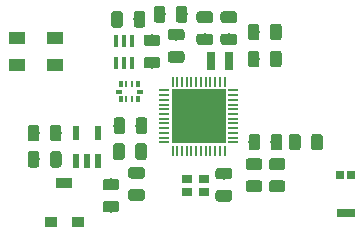
<source format=gtp>
G04 #@! TF.GenerationSoftware,KiCad,Pcbnew,5.0.2-bee76a0~70~ubuntu18.04.1*
G04 #@! TF.CreationDate,2020-01-17T08:49:31+02:00*
G04 #@! TF.ProjectId,nanoSense-Motion,4b656d65-742d-4424-9c45-2e6b69636164,rev?*
G04 #@! TF.SameCoordinates,Original*
G04 #@! TF.FileFunction,Paste,Top*
G04 #@! TF.FilePolarity,Positive*
%FSLAX46Y46*%
G04 Gerber Fmt 4.6, Leading zero omitted, Abs format (unit mm)*
G04 Created by KiCad (PCBNEW 5.0.2-bee76a0~70~ubuntu18.04.1) date Fri 17 Jan 2020 08:49:31 AM EET*
%MOMM*%
%LPD*%
G01*
G04 APERTURE LIST*
%ADD10R,0.850000X0.200000*%
%ADD11R,0.200000X0.850000*%
%ADD12R,4.600000X4.600000*%
%ADD13R,1.100000X0.900000*%
%ADD14R,1.400000X0.900000*%
%ADD15R,0.580000X1.310000*%
%ADD16R,0.400000X1.050000*%
%ADD17R,1.600000X0.800000*%
%ADD18R,0.650000X0.800000*%
%ADD19R,0.300000X0.580000*%
%ADD20R,0.250000X0.580000*%
%ADD21R,0.630000X0.350000*%
%ADD22R,1.475000X1.050000*%
%ADD23C,0.100000*%
%ADD24C,0.975000*%
%ADD25R,0.900000X0.800000*%
%ADD26R,0.800000X1.500000*%
G04 APERTURE END LIST*
D10*
G04 #@! TO.C,IC2*
X162477322Y-45605278D03*
X162477322Y-45205278D03*
X162477322Y-44805278D03*
X162477322Y-44405278D03*
X162477322Y-44005278D03*
X162477322Y-43605278D03*
X162477322Y-43205278D03*
X162477322Y-42805278D03*
X162477322Y-42405278D03*
X162477322Y-42005278D03*
X162477322Y-41605278D03*
X162477322Y-41205278D03*
D11*
X161727322Y-40455278D03*
X161327322Y-40455278D03*
X160927322Y-40455278D03*
X160527322Y-40455278D03*
X160127322Y-40455278D03*
X159727322Y-40455278D03*
X159327322Y-40455278D03*
X158927322Y-40455278D03*
X158527322Y-40455278D03*
X158127322Y-40455278D03*
X157727322Y-40455278D03*
X157327322Y-40455278D03*
D10*
X156577322Y-41205278D03*
X156577322Y-41605278D03*
X156577322Y-42005278D03*
X156577322Y-42405278D03*
X156577322Y-42805278D03*
X156577322Y-43205278D03*
X156577322Y-43605278D03*
X156577322Y-44005278D03*
X156577322Y-44405278D03*
X156577322Y-44805278D03*
X156577322Y-45205278D03*
X156577322Y-45605278D03*
D11*
X157327322Y-46355278D03*
X157727322Y-46355278D03*
X158127322Y-46355278D03*
X158527322Y-46355278D03*
X158927322Y-46355278D03*
X159327322Y-46355278D03*
X159727322Y-46355278D03*
X160127322Y-46355278D03*
X160527322Y-46355278D03*
X160927322Y-46355278D03*
X161327322Y-46355278D03*
X161727322Y-46355278D03*
D12*
X159527322Y-43405278D03*
G04 #@! TD*
D13*
G04 #@! TO.C,RV1*
X147000000Y-52360000D03*
D14*
X148150000Y-49060000D03*
D13*
X149300000Y-52360000D03*
G04 #@! TD*
D15*
G04 #@! TO.C,U1*
X149140000Y-47195000D03*
X150090000Y-47195000D03*
X151040000Y-47195000D03*
X151040000Y-44785000D03*
X149140000Y-44785000D03*
G04 #@! TD*
D16*
G04 #@! TO.C,IC4*
X152560000Y-38920000D03*
X153210000Y-38920000D03*
X153860000Y-38920000D03*
X153860000Y-37020000D03*
X153210000Y-37020000D03*
X152560000Y-37020000D03*
G04 #@! TD*
D17*
G04 #@! TO.C,AE1*
X172000000Y-51550000D03*
D18*
X171525000Y-48350000D03*
X172475000Y-48350000D03*
G04 #@! TD*
D19*
G04 #@! TO.C,IC3*
X152920000Y-41950000D03*
D20*
X153420000Y-41950000D03*
X153920000Y-41950000D03*
D19*
X154420000Y-41950000D03*
D21*
X154530000Y-41310000D03*
D19*
X154420000Y-40670000D03*
D20*
X153920000Y-40670000D03*
X153420000Y-40670000D03*
D19*
X152920000Y-40670000D03*
D21*
X152810000Y-41310000D03*
G04 #@! TD*
D22*
G04 #@! TO.C,IC1*
X144187000Y-36775000D03*
X144187000Y-39025000D03*
X147413000Y-39025000D03*
X147413000Y-36775000D03*
G04 #@! TD*
D23*
G04 #@! TO.C,C2*
G36*
X166660142Y-46953674D02*
X166683803Y-46957184D01*
X166707007Y-46962996D01*
X166729529Y-46971054D01*
X166751153Y-46981282D01*
X166771670Y-46993579D01*
X166790883Y-47007829D01*
X166808607Y-47023893D01*
X166824671Y-47041617D01*
X166838921Y-47060830D01*
X166851218Y-47081347D01*
X166861446Y-47102971D01*
X166869504Y-47125493D01*
X166875316Y-47148697D01*
X166878826Y-47172358D01*
X166880000Y-47196250D01*
X166880000Y-47683750D01*
X166878826Y-47707642D01*
X166875316Y-47731303D01*
X166869504Y-47754507D01*
X166861446Y-47777029D01*
X166851218Y-47798653D01*
X166838921Y-47819170D01*
X166824671Y-47838383D01*
X166808607Y-47856107D01*
X166790883Y-47872171D01*
X166771670Y-47886421D01*
X166751153Y-47898718D01*
X166729529Y-47908946D01*
X166707007Y-47917004D01*
X166683803Y-47922816D01*
X166660142Y-47926326D01*
X166636250Y-47927500D01*
X165723750Y-47927500D01*
X165699858Y-47926326D01*
X165676197Y-47922816D01*
X165652993Y-47917004D01*
X165630471Y-47908946D01*
X165608847Y-47898718D01*
X165588330Y-47886421D01*
X165569117Y-47872171D01*
X165551393Y-47856107D01*
X165535329Y-47838383D01*
X165521079Y-47819170D01*
X165508782Y-47798653D01*
X165498554Y-47777029D01*
X165490496Y-47754507D01*
X165484684Y-47731303D01*
X165481174Y-47707642D01*
X165480000Y-47683750D01*
X165480000Y-47196250D01*
X165481174Y-47172358D01*
X165484684Y-47148697D01*
X165490496Y-47125493D01*
X165498554Y-47102971D01*
X165508782Y-47081347D01*
X165521079Y-47060830D01*
X165535329Y-47041617D01*
X165551393Y-47023893D01*
X165569117Y-47007829D01*
X165588330Y-46993579D01*
X165608847Y-46981282D01*
X165630471Y-46971054D01*
X165652993Y-46962996D01*
X165676197Y-46957184D01*
X165699858Y-46953674D01*
X165723750Y-46952500D01*
X166636250Y-46952500D01*
X166660142Y-46953674D01*
X166660142Y-46953674D01*
G37*
D24*
X166180000Y-47440000D03*
D23*
G36*
X166660142Y-48828674D02*
X166683803Y-48832184D01*
X166707007Y-48837996D01*
X166729529Y-48846054D01*
X166751153Y-48856282D01*
X166771670Y-48868579D01*
X166790883Y-48882829D01*
X166808607Y-48898893D01*
X166824671Y-48916617D01*
X166838921Y-48935830D01*
X166851218Y-48956347D01*
X166861446Y-48977971D01*
X166869504Y-49000493D01*
X166875316Y-49023697D01*
X166878826Y-49047358D01*
X166880000Y-49071250D01*
X166880000Y-49558750D01*
X166878826Y-49582642D01*
X166875316Y-49606303D01*
X166869504Y-49629507D01*
X166861446Y-49652029D01*
X166851218Y-49673653D01*
X166838921Y-49694170D01*
X166824671Y-49713383D01*
X166808607Y-49731107D01*
X166790883Y-49747171D01*
X166771670Y-49761421D01*
X166751153Y-49773718D01*
X166729529Y-49783946D01*
X166707007Y-49792004D01*
X166683803Y-49797816D01*
X166660142Y-49801326D01*
X166636250Y-49802500D01*
X165723750Y-49802500D01*
X165699858Y-49801326D01*
X165676197Y-49797816D01*
X165652993Y-49792004D01*
X165630471Y-49783946D01*
X165608847Y-49773718D01*
X165588330Y-49761421D01*
X165569117Y-49747171D01*
X165551393Y-49731107D01*
X165535329Y-49713383D01*
X165521079Y-49694170D01*
X165508782Y-49673653D01*
X165498554Y-49652029D01*
X165490496Y-49629507D01*
X165484684Y-49606303D01*
X165481174Y-49582642D01*
X165480000Y-49558750D01*
X165480000Y-49071250D01*
X165481174Y-49047358D01*
X165484684Y-49023697D01*
X165490496Y-49000493D01*
X165498554Y-48977971D01*
X165508782Y-48956347D01*
X165521079Y-48935830D01*
X165535329Y-48916617D01*
X165551393Y-48898893D01*
X165569117Y-48882829D01*
X165588330Y-48868579D01*
X165608847Y-48856282D01*
X165630471Y-48846054D01*
X165652993Y-48837996D01*
X165676197Y-48832184D01*
X165699858Y-48828674D01*
X165723750Y-48827500D01*
X166636250Y-48827500D01*
X166660142Y-48828674D01*
X166660142Y-48828674D01*
G37*
D24*
X166180000Y-49315000D03*
G04 #@! TD*
D23*
G04 #@! TO.C,C4*
G36*
X164707464Y-48831452D02*
X164731125Y-48834962D01*
X164754329Y-48840774D01*
X164776851Y-48848832D01*
X164798475Y-48859060D01*
X164818992Y-48871357D01*
X164838205Y-48885607D01*
X164855929Y-48901671D01*
X164871993Y-48919395D01*
X164886243Y-48938608D01*
X164898540Y-48959125D01*
X164908768Y-48980749D01*
X164916826Y-49003271D01*
X164922638Y-49026475D01*
X164926148Y-49050136D01*
X164927322Y-49074028D01*
X164927322Y-49561528D01*
X164926148Y-49585420D01*
X164922638Y-49609081D01*
X164916826Y-49632285D01*
X164908768Y-49654807D01*
X164898540Y-49676431D01*
X164886243Y-49696948D01*
X164871993Y-49716161D01*
X164855929Y-49733885D01*
X164838205Y-49749949D01*
X164818992Y-49764199D01*
X164798475Y-49776496D01*
X164776851Y-49786724D01*
X164754329Y-49794782D01*
X164731125Y-49800594D01*
X164707464Y-49804104D01*
X164683572Y-49805278D01*
X163771072Y-49805278D01*
X163747180Y-49804104D01*
X163723519Y-49800594D01*
X163700315Y-49794782D01*
X163677793Y-49786724D01*
X163656169Y-49776496D01*
X163635652Y-49764199D01*
X163616439Y-49749949D01*
X163598715Y-49733885D01*
X163582651Y-49716161D01*
X163568401Y-49696948D01*
X163556104Y-49676431D01*
X163545876Y-49654807D01*
X163537818Y-49632285D01*
X163532006Y-49609081D01*
X163528496Y-49585420D01*
X163527322Y-49561528D01*
X163527322Y-49074028D01*
X163528496Y-49050136D01*
X163532006Y-49026475D01*
X163537818Y-49003271D01*
X163545876Y-48980749D01*
X163556104Y-48959125D01*
X163568401Y-48938608D01*
X163582651Y-48919395D01*
X163598715Y-48901671D01*
X163616439Y-48885607D01*
X163635652Y-48871357D01*
X163656169Y-48859060D01*
X163677793Y-48848832D01*
X163700315Y-48840774D01*
X163723519Y-48834962D01*
X163747180Y-48831452D01*
X163771072Y-48830278D01*
X164683572Y-48830278D01*
X164707464Y-48831452D01*
X164707464Y-48831452D01*
G37*
D24*
X164227322Y-49317778D03*
D23*
G36*
X164707464Y-46956452D02*
X164731125Y-46959962D01*
X164754329Y-46965774D01*
X164776851Y-46973832D01*
X164798475Y-46984060D01*
X164818992Y-46996357D01*
X164838205Y-47010607D01*
X164855929Y-47026671D01*
X164871993Y-47044395D01*
X164886243Y-47063608D01*
X164898540Y-47084125D01*
X164908768Y-47105749D01*
X164916826Y-47128271D01*
X164922638Y-47151475D01*
X164926148Y-47175136D01*
X164927322Y-47199028D01*
X164927322Y-47686528D01*
X164926148Y-47710420D01*
X164922638Y-47734081D01*
X164916826Y-47757285D01*
X164908768Y-47779807D01*
X164898540Y-47801431D01*
X164886243Y-47821948D01*
X164871993Y-47841161D01*
X164855929Y-47858885D01*
X164838205Y-47874949D01*
X164818992Y-47889199D01*
X164798475Y-47901496D01*
X164776851Y-47911724D01*
X164754329Y-47919782D01*
X164731125Y-47925594D01*
X164707464Y-47929104D01*
X164683572Y-47930278D01*
X163771072Y-47930278D01*
X163747180Y-47929104D01*
X163723519Y-47925594D01*
X163700315Y-47919782D01*
X163677793Y-47911724D01*
X163656169Y-47901496D01*
X163635652Y-47889199D01*
X163616439Y-47874949D01*
X163598715Y-47858885D01*
X163582651Y-47841161D01*
X163568401Y-47821948D01*
X163556104Y-47801431D01*
X163545876Y-47779807D01*
X163537818Y-47757285D01*
X163532006Y-47734081D01*
X163528496Y-47710420D01*
X163527322Y-47686528D01*
X163527322Y-47199028D01*
X163528496Y-47175136D01*
X163532006Y-47151475D01*
X163537818Y-47128271D01*
X163545876Y-47105749D01*
X163556104Y-47084125D01*
X163568401Y-47063608D01*
X163582651Y-47044395D01*
X163598715Y-47026671D01*
X163616439Y-47010607D01*
X163635652Y-46996357D01*
X163656169Y-46984060D01*
X163677793Y-46973832D01*
X163700315Y-46965774D01*
X163723519Y-46959962D01*
X163747180Y-46956452D01*
X163771072Y-46955278D01*
X164683572Y-46955278D01*
X164707464Y-46956452D01*
X164707464Y-46956452D01*
G37*
D24*
X164227322Y-47442778D03*
G04 #@! TD*
D23*
G04 #@! TO.C,C5*
G36*
X166337142Y-35559174D02*
X166360803Y-35562684D01*
X166384007Y-35568496D01*
X166406529Y-35576554D01*
X166428153Y-35586782D01*
X166448670Y-35599079D01*
X166467883Y-35613329D01*
X166485607Y-35629393D01*
X166501671Y-35647117D01*
X166515921Y-35666330D01*
X166528218Y-35686847D01*
X166538446Y-35708471D01*
X166546504Y-35730993D01*
X166552316Y-35754197D01*
X166555826Y-35777858D01*
X166557000Y-35801750D01*
X166557000Y-36714250D01*
X166555826Y-36738142D01*
X166552316Y-36761803D01*
X166546504Y-36785007D01*
X166538446Y-36807529D01*
X166528218Y-36829153D01*
X166515921Y-36849670D01*
X166501671Y-36868883D01*
X166485607Y-36886607D01*
X166467883Y-36902671D01*
X166448670Y-36916921D01*
X166428153Y-36929218D01*
X166406529Y-36939446D01*
X166384007Y-36947504D01*
X166360803Y-36953316D01*
X166337142Y-36956826D01*
X166313250Y-36958000D01*
X165825750Y-36958000D01*
X165801858Y-36956826D01*
X165778197Y-36953316D01*
X165754993Y-36947504D01*
X165732471Y-36939446D01*
X165710847Y-36929218D01*
X165690330Y-36916921D01*
X165671117Y-36902671D01*
X165653393Y-36886607D01*
X165637329Y-36868883D01*
X165623079Y-36849670D01*
X165610782Y-36829153D01*
X165600554Y-36807529D01*
X165592496Y-36785007D01*
X165586684Y-36761803D01*
X165583174Y-36738142D01*
X165582000Y-36714250D01*
X165582000Y-35801750D01*
X165583174Y-35777858D01*
X165586684Y-35754197D01*
X165592496Y-35730993D01*
X165600554Y-35708471D01*
X165610782Y-35686847D01*
X165623079Y-35666330D01*
X165637329Y-35647117D01*
X165653393Y-35629393D01*
X165671117Y-35613329D01*
X165690330Y-35599079D01*
X165710847Y-35586782D01*
X165732471Y-35576554D01*
X165754993Y-35568496D01*
X165778197Y-35562684D01*
X165801858Y-35559174D01*
X165825750Y-35558000D01*
X166313250Y-35558000D01*
X166337142Y-35559174D01*
X166337142Y-35559174D01*
G37*
D24*
X166069500Y-36258000D03*
D23*
G36*
X164462142Y-35559174D02*
X164485803Y-35562684D01*
X164509007Y-35568496D01*
X164531529Y-35576554D01*
X164553153Y-35586782D01*
X164573670Y-35599079D01*
X164592883Y-35613329D01*
X164610607Y-35629393D01*
X164626671Y-35647117D01*
X164640921Y-35666330D01*
X164653218Y-35686847D01*
X164663446Y-35708471D01*
X164671504Y-35730993D01*
X164677316Y-35754197D01*
X164680826Y-35777858D01*
X164682000Y-35801750D01*
X164682000Y-36714250D01*
X164680826Y-36738142D01*
X164677316Y-36761803D01*
X164671504Y-36785007D01*
X164663446Y-36807529D01*
X164653218Y-36829153D01*
X164640921Y-36849670D01*
X164626671Y-36868883D01*
X164610607Y-36886607D01*
X164592883Y-36902671D01*
X164573670Y-36916921D01*
X164553153Y-36929218D01*
X164531529Y-36939446D01*
X164509007Y-36947504D01*
X164485803Y-36953316D01*
X164462142Y-36956826D01*
X164438250Y-36958000D01*
X163950750Y-36958000D01*
X163926858Y-36956826D01*
X163903197Y-36953316D01*
X163879993Y-36947504D01*
X163857471Y-36939446D01*
X163835847Y-36929218D01*
X163815330Y-36916921D01*
X163796117Y-36902671D01*
X163778393Y-36886607D01*
X163762329Y-36868883D01*
X163748079Y-36849670D01*
X163735782Y-36829153D01*
X163725554Y-36807529D01*
X163717496Y-36785007D01*
X163711684Y-36761803D01*
X163708174Y-36738142D01*
X163707000Y-36714250D01*
X163707000Y-35801750D01*
X163708174Y-35777858D01*
X163711684Y-35754197D01*
X163717496Y-35730993D01*
X163725554Y-35708471D01*
X163735782Y-35686847D01*
X163748079Y-35666330D01*
X163762329Y-35647117D01*
X163778393Y-35629393D01*
X163796117Y-35613329D01*
X163815330Y-35599079D01*
X163835847Y-35586782D01*
X163857471Y-35576554D01*
X163879993Y-35568496D01*
X163903197Y-35562684D01*
X163926858Y-35559174D01*
X163950750Y-35558000D01*
X164438250Y-35558000D01*
X164462142Y-35559174D01*
X164462142Y-35559174D01*
G37*
D24*
X164194500Y-36258000D03*
G04 #@! TD*
D23*
G04 #@! TO.C,C6*
G36*
X160532142Y-36395174D02*
X160555803Y-36398684D01*
X160579007Y-36404496D01*
X160601529Y-36412554D01*
X160623153Y-36422782D01*
X160643670Y-36435079D01*
X160662883Y-36449329D01*
X160680607Y-36465393D01*
X160696671Y-36483117D01*
X160710921Y-36502330D01*
X160723218Y-36522847D01*
X160733446Y-36544471D01*
X160741504Y-36566993D01*
X160747316Y-36590197D01*
X160750826Y-36613858D01*
X160752000Y-36637750D01*
X160752000Y-37125250D01*
X160750826Y-37149142D01*
X160747316Y-37172803D01*
X160741504Y-37196007D01*
X160733446Y-37218529D01*
X160723218Y-37240153D01*
X160710921Y-37260670D01*
X160696671Y-37279883D01*
X160680607Y-37297607D01*
X160662883Y-37313671D01*
X160643670Y-37327921D01*
X160623153Y-37340218D01*
X160601529Y-37350446D01*
X160579007Y-37358504D01*
X160555803Y-37364316D01*
X160532142Y-37367826D01*
X160508250Y-37369000D01*
X159595750Y-37369000D01*
X159571858Y-37367826D01*
X159548197Y-37364316D01*
X159524993Y-37358504D01*
X159502471Y-37350446D01*
X159480847Y-37340218D01*
X159460330Y-37327921D01*
X159441117Y-37313671D01*
X159423393Y-37297607D01*
X159407329Y-37279883D01*
X159393079Y-37260670D01*
X159380782Y-37240153D01*
X159370554Y-37218529D01*
X159362496Y-37196007D01*
X159356684Y-37172803D01*
X159353174Y-37149142D01*
X159352000Y-37125250D01*
X159352000Y-36637750D01*
X159353174Y-36613858D01*
X159356684Y-36590197D01*
X159362496Y-36566993D01*
X159370554Y-36544471D01*
X159380782Y-36522847D01*
X159393079Y-36502330D01*
X159407329Y-36483117D01*
X159423393Y-36465393D01*
X159441117Y-36449329D01*
X159460330Y-36435079D01*
X159480847Y-36422782D01*
X159502471Y-36412554D01*
X159524993Y-36404496D01*
X159548197Y-36398684D01*
X159571858Y-36395174D01*
X159595750Y-36394000D01*
X160508250Y-36394000D01*
X160532142Y-36395174D01*
X160532142Y-36395174D01*
G37*
D24*
X160052000Y-36881500D03*
D23*
G36*
X160532142Y-34520174D02*
X160555803Y-34523684D01*
X160579007Y-34529496D01*
X160601529Y-34537554D01*
X160623153Y-34547782D01*
X160643670Y-34560079D01*
X160662883Y-34574329D01*
X160680607Y-34590393D01*
X160696671Y-34608117D01*
X160710921Y-34627330D01*
X160723218Y-34647847D01*
X160733446Y-34669471D01*
X160741504Y-34691993D01*
X160747316Y-34715197D01*
X160750826Y-34738858D01*
X160752000Y-34762750D01*
X160752000Y-35250250D01*
X160750826Y-35274142D01*
X160747316Y-35297803D01*
X160741504Y-35321007D01*
X160733446Y-35343529D01*
X160723218Y-35365153D01*
X160710921Y-35385670D01*
X160696671Y-35404883D01*
X160680607Y-35422607D01*
X160662883Y-35438671D01*
X160643670Y-35452921D01*
X160623153Y-35465218D01*
X160601529Y-35475446D01*
X160579007Y-35483504D01*
X160555803Y-35489316D01*
X160532142Y-35492826D01*
X160508250Y-35494000D01*
X159595750Y-35494000D01*
X159571858Y-35492826D01*
X159548197Y-35489316D01*
X159524993Y-35483504D01*
X159502471Y-35475446D01*
X159480847Y-35465218D01*
X159460330Y-35452921D01*
X159441117Y-35438671D01*
X159423393Y-35422607D01*
X159407329Y-35404883D01*
X159393079Y-35385670D01*
X159380782Y-35365153D01*
X159370554Y-35343529D01*
X159362496Y-35321007D01*
X159356684Y-35297803D01*
X159353174Y-35274142D01*
X159352000Y-35250250D01*
X159352000Y-34762750D01*
X159353174Y-34738858D01*
X159356684Y-34715197D01*
X159362496Y-34691993D01*
X159370554Y-34669471D01*
X159380782Y-34647847D01*
X159393079Y-34627330D01*
X159407329Y-34608117D01*
X159423393Y-34590393D01*
X159441117Y-34574329D01*
X159460330Y-34560079D01*
X159480847Y-34547782D01*
X159502471Y-34537554D01*
X159524993Y-34529496D01*
X159548197Y-34523684D01*
X159571858Y-34520174D01*
X159595750Y-34519000D01*
X160508250Y-34519000D01*
X160532142Y-34520174D01*
X160532142Y-34520174D01*
G37*
D24*
X160052000Y-35006500D03*
G04 #@! TD*
D23*
G04 #@! TO.C,C7*
G36*
X166337142Y-37845174D02*
X166360803Y-37848684D01*
X166384007Y-37854496D01*
X166406529Y-37862554D01*
X166428153Y-37872782D01*
X166448670Y-37885079D01*
X166467883Y-37899329D01*
X166485607Y-37915393D01*
X166501671Y-37933117D01*
X166515921Y-37952330D01*
X166528218Y-37972847D01*
X166538446Y-37994471D01*
X166546504Y-38016993D01*
X166552316Y-38040197D01*
X166555826Y-38063858D01*
X166557000Y-38087750D01*
X166557000Y-39000250D01*
X166555826Y-39024142D01*
X166552316Y-39047803D01*
X166546504Y-39071007D01*
X166538446Y-39093529D01*
X166528218Y-39115153D01*
X166515921Y-39135670D01*
X166501671Y-39154883D01*
X166485607Y-39172607D01*
X166467883Y-39188671D01*
X166448670Y-39202921D01*
X166428153Y-39215218D01*
X166406529Y-39225446D01*
X166384007Y-39233504D01*
X166360803Y-39239316D01*
X166337142Y-39242826D01*
X166313250Y-39244000D01*
X165825750Y-39244000D01*
X165801858Y-39242826D01*
X165778197Y-39239316D01*
X165754993Y-39233504D01*
X165732471Y-39225446D01*
X165710847Y-39215218D01*
X165690330Y-39202921D01*
X165671117Y-39188671D01*
X165653393Y-39172607D01*
X165637329Y-39154883D01*
X165623079Y-39135670D01*
X165610782Y-39115153D01*
X165600554Y-39093529D01*
X165592496Y-39071007D01*
X165586684Y-39047803D01*
X165583174Y-39024142D01*
X165582000Y-39000250D01*
X165582000Y-38087750D01*
X165583174Y-38063858D01*
X165586684Y-38040197D01*
X165592496Y-38016993D01*
X165600554Y-37994471D01*
X165610782Y-37972847D01*
X165623079Y-37952330D01*
X165637329Y-37933117D01*
X165653393Y-37915393D01*
X165671117Y-37899329D01*
X165690330Y-37885079D01*
X165710847Y-37872782D01*
X165732471Y-37862554D01*
X165754993Y-37854496D01*
X165778197Y-37848684D01*
X165801858Y-37845174D01*
X165825750Y-37844000D01*
X166313250Y-37844000D01*
X166337142Y-37845174D01*
X166337142Y-37845174D01*
G37*
D24*
X166069500Y-38544000D03*
D23*
G36*
X164462142Y-37845174D02*
X164485803Y-37848684D01*
X164509007Y-37854496D01*
X164531529Y-37862554D01*
X164553153Y-37872782D01*
X164573670Y-37885079D01*
X164592883Y-37899329D01*
X164610607Y-37915393D01*
X164626671Y-37933117D01*
X164640921Y-37952330D01*
X164653218Y-37972847D01*
X164663446Y-37994471D01*
X164671504Y-38016993D01*
X164677316Y-38040197D01*
X164680826Y-38063858D01*
X164682000Y-38087750D01*
X164682000Y-39000250D01*
X164680826Y-39024142D01*
X164677316Y-39047803D01*
X164671504Y-39071007D01*
X164663446Y-39093529D01*
X164653218Y-39115153D01*
X164640921Y-39135670D01*
X164626671Y-39154883D01*
X164610607Y-39172607D01*
X164592883Y-39188671D01*
X164573670Y-39202921D01*
X164553153Y-39215218D01*
X164531529Y-39225446D01*
X164509007Y-39233504D01*
X164485803Y-39239316D01*
X164462142Y-39242826D01*
X164438250Y-39244000D01*
X163950750Y-39244000D01*
X163926858Y-39242826D01*
X163903197Y-39239316D01*
X163879993Y-39233504D01*
X163857471Y-39225446D01*
X163835847Y-39215218D01*
X163815330Y-39202921D01*
X163796117Y-39188671D01*
X163778393Y-39172607D01*
X163762329Y-39154883D01*
X163748079Y-39135670D01*
X163735782Y-39115153D01*
X163725554Y-39093529D01*
X163717496Y-39071007D01*
X163711684Y-39047803D01*
X163708174Y-39024142D01*
X163707000Y-39000250D01*
X163707000Y-38087750D01*
X163708174Y-38063858D01*
X163711684Y-38040197D01*
X163717496Y-38016993D01*
X163725554Y-37994471D01*
X163735782Y-37972847D01*
X163748079Y-37952330D01*
X163762329Y-37933117D01*
X163778393Y-37915393D01*
X163796117Y-37899329D01*
X163815330Y-37885079D01*
X163835847Y-37872782D01*
X163857471Y-37862554D01*
X163879993Y-37854496D01*
X163903197Y-37848684D01*
X163926858Y-37845174D01*
X163950750Y-37844000D01*
X164438250Y-37844000D01*
X164462142Y-37845174D01*
X164462142Y-37845174D01*
G37*
D24*
X164194500Y-38544000D03*
G04 #@! TD*
D23*
G04 #@! TO.C,C8*
G36*
X162140142Y-47766174D02*
X162163803Y-47769684D01*
X162187007Y-47775496D01*
X162209529Y-47783554D01*
X162231153Y-47793782D01*
X162251670Y-47806079D01*
X162270883Y-47820329D01*
X162288607Y-47836393D01*
X162304671Y-47854117D01*
X162318921Y-47873330D01*
X162331218Y-47893847D01*
X162341446Y-47915471D01*
X162349504Y-47937993D01*
X162355316Y-47961197D01*
X162358826Y-47984858D01*
X162360000Y-48008750D01*
X162360000Y-48496250D01*
X162358826Y-48520142D01*
X162355316Y-48543803D01*
X162349504Y-48567007D01*
X162341446Y-48589529D01*
X162331218Y-48611153D01*
X162318921Y-48631670D01*
X162304671Y-48650883D01*
X162288607Y-48668607D01*
X162270883Y-48684671D01*
X162251670Y-48698921D01*
X162231153Y-48711218D01*
X162209529Y-48721446D01*
X162187007Y-48729504D01*
X162163803Y-48735316D01*
X162140142Y-48738826D01*
X162116250Y-48740000D01*
X161203750Y-48740000D01*
X161179858Y-48738826D01*
X161156197Y-48735316D01*
X161132993Y-48729504D01*
X161110471Y-48721446D01*
X161088847Y-48711218D01*
X161068330Y-48698921D01*
X161049117Y-48684671D01*
X161031393Y-48668607D01*
X161015329Y-48650883D01*
X161001079Y-48631670D01*
X160988782Y-48611153D01*
X160978554Y-48589529D01*
X160970496Y-48567007D01*
X160964684Y-48543803D01*
X160961174Y-48520142D01*
X160960000Y-48496250D01*
X160960000Y-48008750D01*
X160961174Y-47984858D01*
X160964684Y-47961197D01*
X160970496Y-47937993D01*
X160978554Y-47915471D01*
X160988782Y-47893847D01*
X161001079Y-47873330D01*
X161015329Y-47854117D01*
X161031393Y-47836393D01*
X161049117Y-47820329D01*
X161068330Y-47806079D01*
X161088847Y-47793782D01*
X161110471Y-47783554D01*
X161132993Y-47775496D01*
X161156197Y-47769684D01*
X161179858Y-47766174D01*
X161203750Y-47765000D01*
X162116250Y-47765000D01*
X162140142Y-47766174D01*
X162140142Y-47766174D01*
G37*
D24*
X161660000Y-48252500D03*
D23*
G36*
X162140142Y-49641174D02*
X162163803Y-49644684D01*
X162187007Y-49650496D01*
X162209529Y-49658554D01*
X162231153Y-49668782D01*
X162251670Y-49681079D01*
X162270883Y-49695329D01*
X162288607Y-49711393D01*
X162304671Y-49729117D01*
X162318921Y-49748330D01*
X162331218Y-49768847D01*
X162341446Y-49790471D01*
X162349504Y-49812993D01*
X162355316Y-49836197D01*
X162358826Y-49859858D01*
X162360000Y-49883750D01*
X162360000Y-50371250D01*
X162358826Y-50395142D01*
X162355316Y-50418803D01*
X162349504Y-50442007D01*
X162341446Y-50464529D01*
X162331218Y-50486153D01*
X162318921Y-50506670D01*
X162304671Y-50525883D01*
X162288607Y-50543607D01*
X162270883Y-50559671D01*
X162251670Y-50573921D01*
X162231153Y-50586218D01*
X162209529Y-50596446D01*
X162187007Y-50604504D01*
X162163803Y-50610316D01*
X162140142Y-50613826D01*
X162116250Y-50615000D01*
X161203750Y-50615000D01*
X161179858Y-50613826D01*
X161156197Y-50610316D01*
X161132993Y-50604504D01*
X161110471Y-50596446D01*
X161088847Y-50586218D01*
X161068330Y-50573921D01*
X161049117Y-50559671D01*
X161031393Y-50543607D01*
X161015329Y-50525883D01*
X161001079Y-50506670D01*
X160988782Y-50486153D01*
X160978554Y-50464529D01*
X160970496Y-50442007D01*
X160964684Y-50418803D01*
X160961174Y-50395142D01*
X160960000Y-50371250D01*
X160960000Y-49883750D01*
X160961174Y-49859858D01*
X160964684Y-49836197D01*
X160970496Y-49812993D01*
X160978554Y-49790471D01*
X160988782Y-49768847D01*
X161001079Y-49748330D01*
X161015329Y-49729117D01*
X161031393Y-49711393D01*
X161049117Y-49695329D01*
X161068330Y-49681079D01*
X161088847Y-49668782D01*
X161110471Y-49658554D01*
X161132993Y-49650496D01*
X161156197Y-49644684D01*
X161179858Y-49641174D01*
X161203750Y-49640000D01*
X162116250Y-49640000D01*
X162140142Y-49641174D01*
X162140142Y-49641174D01*
G37*
D24*
X161660000Y-50127500D03*
G04 #@! TD*
D23*
G04 #@! TO.C,C9*
G36*
X145830142Y-46341174D02*
X145853803Y-46344684D01*
X145877007Y-46350496D01*
X145899529Y-46358554D01*
X145921153Y-46368782D01*
X145941670Y-46381079D01*
X145960883Y-46395329D01*
X145978607Y-46411393D01*
X145994671Y-46429117D01*
X146008921Y-46448330D01*
X146021218Y-46468847D01*
X146031446Y-46490471D01*
X146039504Y-46512993D01*
X146045316Y-46536197D01*
X146048826Y-46559858D01*
X146050000Y-46583750D01*
X146050000Y-47496250D01*
X146048826Y-47520142D01*
X146045316Y-47543803D01*
X146039504Y-47567007D01*
X146031446Y-47589529D01*
X146021218Y-47611153D01*
X146008921Y-47631670D01*
X145994671Y-47650883D01*
X145978607Y-47668607D01*
X145960883Y-47684671D01*
X145941670Y-47698921D01*
X145921153Y-47711218D01*
X145899529Y-47721446D01*
X145877007Y-47729504D01*
X145853803Y-47735316D01*
X145830142Y-47738826D01*
X145806250Y-47740000D01*
X145318750Y-47740000D01*
X145294858Y-47738826D01*
X145271197Y-47735316D01*
X145247993Y-47729504D01*
X145225471Y-47721446D01*
X145203847Y-47711218D01*
X145183330Y-47698921D01*
X145164117Y-47684671D01*
X145146393Y-47668607D01*
X145130329Y-47650883D01*
X145116079Y-47631670D01*
X145103782Y-47611153D01*
X145093554Y-47589529D01*
X145085496Y-47567007D01*
X145079684Y-47543803D01*
X145076174Y-47520142D01*
X145075000Y-47496250D01*
X145075000Y-46583750D01*
X145076174Y-46559858D01*
X145079684Y-46536197D01*
X145085496Y-46512993D01*
X145093554Y-46490471D01*
X145103782Y-46468847D01*
X145116079Y-46448330D01*
X145130329Y-46429117D01*
X145146393Y-46411393D01*
X145164117Y-46395329D01*
X145183330Y-46381079D01*
X145203847Y-46368782D01*
X145225471Y-46358554D01*
X145247993Y-46350496D01*
X145271197Y-46344684D01*
X145294858Y-46341174D01*
X145318750Y-46340000D01*
X145806250Y-46340000D01*
X145830142Y-46341174D01*
X145830142Y-46341174D01*
G37*
D24*
X145562500Y-47040000D03*
D23*
G36*
X147705142Y-46341174D02*
X147728803Y-46344684D01*
X147752007Y-46350496D01*
X147774529Y-46358554D01*
X147796153Y-46368782D01*
X147816670Y-46381079D01*
X147835883Y-46395329D01*
X147853607Y-46411393D01*
X147869671Y-46429117D01*
X147883921Y-46448330D01*
X147896218Y-46468847D01*
X147906446Y-46490471D01*
X147914504Y-46512993D01*
X147920316Y-46536197D01*
X147923826Y-46559858D01*
X147925000Y-46583750D01*
X147925000Y-47496250D01*
X147923826Y-47520142D01*
X147920316Y-47543803D01*
X147914504Y-47567007D01*
X147906446Y-47589529D01*
X147896218Y-47611153D01*
X147883921Y-47631670D01*
X147869671Y-47650883D01*
X147853607Y-47668607D01*
X147835883Y-47684671D01*
X147816670Y-47698921D01*
X147796153Y-47711218D01*
X147774529Y-47721446D01*
X147752007Y-47729504D01*
X147728803Y-47735316D01*
X147705142Y-47738826D01*
X147681250Y-47740000D01*
X147193750Y-47740000D01*
X147169858Y-47738826D01*
X147146197Y-47735316D01*
X147122993Y-47729504D01*
X147100471Y-47721446D01*
X147078847Y-47711218D01*
X147058330Y-47698921D01*
X147039117Y-47684671D01*
X147021393Y-47668607D01*
X147005329Y-47650883D01*
X146991079Y-47631670D01*
X146978782Y-47611153D01*
X146968554Y-47589529D01*
X146960496Y-47567007D01*
X146954684Y-47543803D01*
X146951174Y-47520142D01*
X146950000Y-47496250D01*
X146950000Y-46583750D01*
X146951174Y-46559858D01*
X146954684Y-46536197D01*
X146960496Y-46512993D01*
X146968554Y-46490471D01*
X146978782Y-46468847D01*
X146991079Y-46448330D01*
X147005329Y-46429117D01*
X147021393Y-46411393D01*
X147039117Y-46395329D01*
X147058330Y-46381079D01*
X147078847Y-46368782D01*
X147100471Y-46358554D01*
X147122993Y-46350496D01*
X147146197Y-46344684D01*
X147169858Y-46341174D01*
X147193750Y-46340000D01*
X147681250Y-46340000D01*
X147705142Y-46341174D01*
X147705142Y-46341174D01*
G37*
D24*
X147437500Y-47040000D03*
G04 #@! TD*
D23*
G04 #@! TO.C,C11*
G36*
X152580142Y-50561174D02*
X152603803Y-50564684D01*
X152627007Y-50570496D01*
X152649529Y-50578554D01*
X152671153Y-50588782D01*
X152691670Y-50601079D01*
X152710883Y-50615329D01*
X152728607Y-50631393D01*
X152744671Y-50649117D01*
X152758921Y-50668330D01*
X152771218Y-50688847D01*
X152781446Y-50710471D01*
X152789504Y-50732993D01*
X152795316Y-50756197D01*
X152798826Y-50779858D01*
X152800000Y-50803750D01*
X152800000Y-51291250D01*
X152798826Y-51315142D01*
X152795316Y-51338803D01*
X152789504Y-51362007D01*
X152781446Y-51384529D01*
X152771218Y-51406153D01*
X152758921Y-51426670D01*
X152744671Y-51445883D01*
X152728607Y-51463607D01*
X152710883Y-51479671D01*
X152691670Y-51493921D01*
X152671153Y-51506218D01*
X152649529Y-51516446D01*
X152627007Y-51524504D01*
X152603803Y-51530316D01*
X152580142Y-51533826D01*
X152556250Y-51535000D01*
X151643750Y-51535000D01*
X151619858Y-51533826D01*
X151596197Y-51530316D01*
X151572993Y-51524504D01*
X151550471Y-51516446D01*
X151528847Y-51506218D01*
X151508330Y-51493921D01*
X151489117Y-51479671D01*
X151471393Y-51463607D01*
X151455329Y-51445883D01*
X151441079Y-51426670D01*
X151428782Y-51406153D01*
X151418554Y-51384529D01*
X151410496Y-51362007D01*
X151404684Y-51338803D01*
X151401174Y-51315142D01*
X151400000Y-51291250D01*
X151400000Y-50803750D01*
X151401174Y-50779858D01*
X151404684Y-50756197D01*
X151410496Y-50732993D01*
X151418554Y-50710471D01*
X151428782Y-50688847D01*
X151441079Y-50668330D01*
X151455329Y-50649117D01*
X151471393Y-50631393D01*
X151489117Y-50615329D01*
X151508330Y-50601079D01*
X151528847Y-50588782D01*
X151550471Y-50578554D01*
X151572993Y-50570496D01*
X151596197Y-50564684D01*
X151619858Y-50561174D01*
X151643750Y-50560000D01*
X152556250Y-50560000D01*
X152580142Y-50561174D01*
X152580142Y-50561174D01*
G37*
D24*
X152100000Y-51047500D03*
D23*
G36*
X152580142Y-48686174D02*
X152603803Y-48689684D01*
X152627007Y-48695496D01*
X152649529Y-48703554D01*
X152671153Y-48713782D01*
X152691670Y-48726079D01*
X152710883Y-48740329D01*
X152728607Y-48756393D01*
X152744671Y-48774117D01*
X152758921Y-48793330D01*
X152771218Y-48813847D01*
X152781446Y-48835471D01*
X152789504Y-48857993D01*
X152795316Y-48881197D01*
X152798826Y-48904858D01*
X152800000Y-48928750D01*
X152800000Y-49416250D01*
X152798826Y-49440142D01*
X152795316Y-49463803D01*
X152789504Y-49487007D01*
X152781446Y-49509529D01*
X152771218Y-49531153D01*
X152758921Y-49551670D01*
X152744671Y-49570883D01*
X152728607Y-49588607D01*
X152710883Y-49604671D01*
X152691670Y-49618921D01*
X152671153Y-49631218D01*
X152649529Y-49641446D01*
X152627007Y-49649504D01*
X152603803Y-49655316D01*
X152580142Y-49658826D01*
X152556250Y-49660000D01*
X151643750Y-49660000D01*
X151619858Y-49658826D01*
X151596197Y-49655316D01*
X151572993Y-49649504D01*
X151550471Y-49641446D01*
X151528847Y-49631218D01*
X151508330Y-49618921D01*
X151489117Y-49604671D01*
X151471393Y-49588607D01*
X151455329Y-49570883D01*
X151441079Y-49551670D01*
X151428782Y-49531153D01*
X151418554Y-49509529D01*
X151410496Y-49487007D01*
X151404684Y-49463803D01*
X151401174Y-49440142D01*
X151400000Y-49416250D01*
X151400000Y-48928750D01*
X151401174Y-48904858D01*
X151404684Y-48881197D01*
X151410496Y-48857993D01*
X151418554Y-48835471D01*
X151428782Y-48813847D01*
X151441079Y-48793330D01*
X151455329Y-48774117D01*
X151471393Y-48756393D01*
X151489117Y-48740329D01*
X151508330Y-48726079D01*
X151528847Y-48713782D01*
X151550471Y-48703554D01*
X151572993Y-48695496D01*
X151596197Y-48689684D01*
X151619858Y-48686174D01*
X151643750Y-48685000D01*
X152556250Y-48685000D01*
X152580142Y-48686174D01*
X152580142Y-48686174D01*
G37*
D24*
X152100000Y-49172500D03*
G04 #@! TD*
D23*
G04 #@! TO.C,C12*
G36*
X154925142Y-45691174D02*
X154948803Y-45694684D01*
X154972007Y-45700496D01*
X154994529Y-45708554D01*
X155016153Y-45718782D01*
X155036670Y-45731079D01*
X155055883Y-45745329D01*
X155073607Y-45761393D01*
X155089671Y-45779117D01*
X155103921Y-45798330D01*
X155116218Y-45818847D01*
X155126446Y-45840471D01*
X155134504Y-45862993D01*
X155140316Y-45886197D01*
X155143826Y-45909858D01*
X155145000Y-45933750D01*
X155145000Y-46846250D01*
X155143826Y-46870142D01*
X155140316Y-46893803D01*
X155134504Y-46917007D01*
X155126446Y-46939529D01*
X155116218Y-46961153D01*
X155103921Y-46981670D01*
X155089671Y-47000883D01*
X155073607Y-47018607D01*
X155055883Y-47034671D01*
X155036670Y-47048921D01*
X155016153Y-47061218D01*
X154994529Y-47071446D01*
X154972007Y-47079504D01*
X154948803Y-47085316D01*
X154925142Y-47088826D01*
X154901250Y-47090000D01*
X154413750Y-47090000D01*
X154389858Y-47088826D01*
X154366197Y-47085316D01*
X154342993Y-47079504D01*
X154320471Y-47071446D01*
X154298847Y-47061218D01*
X154278330Y-47048921D01*
X154259117Y-47034671D01*
X154241393Y-47018607D01*
X154225329Y-47000883D01*
X154211079Y-46981670D01*
X154198782Y-46961153D01*
X154188554Y-46939529D01*
X154180496Y-46917007D01*
X154174684Y-46893803D01*
X154171174Y-46870142D01*
X154170000Y-46846250D01*
X154170000Y-45933750D01*
X154171174Y-45909858D01*
X154174684Y-45886197D01*
X154180496Y-45862993D01*
X154188554Y-45840471D01*
X154198782Y-45818847D01*
X154211079Y-45798330D01*
X154225329Y-45779117D01*
X154241393Y-45761393D01*
X154259117Y-45745329D01*
X154278330Y-45731079D01*
X154298847Y-45718782D01*
X154320471Y-45708554D01*
X154342993Y-45700496D01*
X154366197Y-45694684D01*
X154389858Y-45691174D01*
X154413750Y-45690000D01*
X154901250Y-45690000D01*
X154925142Y-45691174D01*
X154925142Y-45691174D01*
G37*
D24*
X154657500Y-46390000D03*
D23*
G36*
X153050142Y-45691174D02*
X153073803Y-45694684D01*
X153097007Y-45700496D01*
X153119529Y-45708554D01*
X153141153Y-45718782D01*
X153161670Y-45731079D01*
X153180883Y-45745329D01*
X153198607Y-45761393D01*
X153214671Y-45779117D01*
X153228921Y-45798330D01*
X153241218Y-45818847D01*
X153251446Y-45840471D01*
X153259504Y-45862993D01*
X153265316Y-45886197D01*
X153268826Y-45909858D01*
X153270000Y-45933750D01*
X153270000Y-46846250D01*
X153268826Y-46870142D01*
X153265316Y-46893803D01*
X153259504Y-46917007D01*
X153251446Y-46939529D01*
X153241218Y-46961153D01*
X153228921Y-46981670D01*
X153214671Y-47000883D01*
X153198607Y-47018607D01*
X153180883Y-47034671D01*
X153161670Y-47048921D01*
X153141153Y-47061218D01*
X153119529Y-47071446D01*
X153097007Y-47079504D01*
X153073803Y-47085316D01*
X153050142Y-47088826D01*
X153026250Y-47090000D01*
X152538750Y-47090000D01*
X152514858Y-47088826D01*
X152491197Y-47085316D01*
X152467993Y-47079504D01*
X152445471Y-47071446D01*
X152423847Y-47061218D01*
X152403330Y-47048921D01*
X152384117Y-47034671D01*
X152366393Y-47018607D01*
X152350329Y-47000883D01*
X152336079Y-46981670D01*
X152323782Y-46961153D01*
X152313554Y-46939529D01*
X152305496Y-46917007D01*
X152299684Y-46893803D01*
X152296174Y-46870142D01*
X152295000Y-46846250D01*
X152295000Y-45933750D01*
X152296174Y-45909858D01*
X152299684Y-45886197D01*
X152305496Y-45862993D01*
X152313554Y-45840471D01*
X152323782Y-45818847D01*
X152336079Y-45798330D01*
X152350329Y-45779117D01*
X152366393Y-45761393D01*
X152384117Y-45745329D01*
X152403330Y-45731079D01*
X152423847Y-45718782D01*
X152445471Y-45708554D01*
X152467993Y-45700496D01*
X152491197Y-45694684D01*
X152514858Y-45691174D01*
X152538750Y-45690000D01*
X153026250Y-45690000D01*
X153050142Y-45691174D01*
X153050142Y-45691174D01*
G37*
D24*
X152782500Y-46390000D03*
G04 #@! TD*
D23*
G04 #@! TO.C,C13*
G36*
X152900142Y-34491174D02*
X152923803Y-34494684D01*
X152947007Y-34500496D01*
X152969529Y-34508554D01*
X152991153Y-34518782D01*
X153011670Y-34531079D01*
X153030883Y-34545329D01*
X153048607Y-34561393D01*
X153064671Y-34579117D01*
X153078921Y-34598330D01*
X153091218Y-34618847D01*
X153101446Y-34640471D01*
X153109504Y-34662993D01*
X153115316Y-34686197D01*
X153118826Y-34709858D01*
X153120000Y-34733750D01*
X153120000Y-35646250D01*
X153118826Y-35670142D01*
X153115316Y-35693803D01*
X153109504Y-35717007D01*
X153101446Y-35739529D01*
X153091218Y-35761153D01*
X153078921Y-35781670D01*
X153064671Y-35800883D01*
X153048607Y-35818607D01*
X153030883Y-35834671D01*
X153011670Y-35848921D01*
X152991153Y-35861218D01*
X152969529Y-35871446D01*
X152947007Y-35879504D01*
X152923803Y-35885316D01*
X152900142Y-35888826D01*
X152876250Y-35890000D01*
X152388750Y-35890000D01*
X152364858Y-35888826D01*
X152341197Y-35885316D01*
X152317993Y-35879504D01*
X152295471Y-35871446D01*
X152273847Y-35861218D01*
X152253330Y-35848921D01*
X152234117Y-35834671D01*
X152216393Y-35818607D01*
X152200329Y-35800883D01*
X152186079Y-35781670D01*
X152173782Y-35761153D01*
X152163554Y-35739529D01*
X152155496Y-35717007D01*
X152149684Y-35693803D01*
X152146174Y-35670142D01*
X152145000Y-35646250D01*
X152145000Y-34733750D01*
X152146174Y-34709858D01*
X152149684Y-34686197D01*
X152155496Y-34662993D01*
X152163554Y-34640471D01*
X152173782Y-34618847D01*
X152186079Y-34598330D01*
X152200329Y-34579117D01*
X152216393Y-34561393D01*
X152234117Y-34545329D01*
X152253330Y-34531079D01*
X152273847Y-34518782D01*
X152295471Y-34508554D01*
X152317993Y-34500496D01*
X152341197Y-34494684D01*
X152364858Y-34491174D01*
X152388750Y-34490000D01*
X152876250Y-34490000D01*
X152900142Y-34491174D01*
X152900142Y-34491174D01*
G37*
D24*
X152632500Y-35190000D03*
D23*
G36*
X154775142Y-34491174D02*
X154798803Y-34494684D01*
X154822007Y-34500496D01*
X154844529Y-34508554D01*
X154866153Y-34518782D01*
X154886670Y-34531079D01*
X154905883Y-34545329D01*
X154923607Y-34561393D01*
X154939671Y-34579117D01*
X154953921Y-34598330D01*
X154966218Y-34618847D01*
X154976446Y-34640471D01*
X154984504Y-34662993D01*
X154990316Y-34686197D01*
X154993826Y-34709858D01*
X154995000Y-34733750D01*
X154995000Y-35646250D01*
X154993826Y-35670142D01*
X154990316Y-35693803D01*
X154984504Y-35717007D01*
X154976446Y-35739529D01*
X154966218Y-35761153D01*
X154953921Y-35781670D01*
X154939671Y-35800883D01*
X154923607Y-35818607D01*
X154905883Y-35834671D01*
X154886670Y-35848921D01*
X154866153Y-35861218D01*
X154844529Y-35871446D01*
X154822007Y-35879504D01*
X154798803Y-35885316D01*
X154775142Y-35888826D01*
X154751250Y-35890000D01*
X154263750Y-35890000D01*
X154239858Y-35888826D01*
X154216197Y-35885316D01*
X154192993Y-35879504D01*
X154170471Y-35871446D01*
X154148847Y-35861218D01*
X154128330Y-35848921D01*
X154109117Y-35834671D01*
X154091393Y-35818607D01*
X154075329Y-35800883D01*
X154061079Y-35781670D01*
X154048782Y-35761153D01*
X154038554Y-35739529D01*
X154030496Y-35717007D01*
X154024684Y-35693803D01*
X154021174Y-35670142D01*
X154020000Y-35646250D01*
X154020000Y-34733750D01*
X154021174Y-34709858D01*
X154024684Y-34686197D01*
X154030496Y-34662993D01*
X154038554Y-34640471D01*
X154048782Y-34618847D01*
X154061079Y-34598330D01*
X154075329Y-34579117D01*
X154091393Y-34561393D01*
X154109117Y-34545329D01*
X154128330Y-34531079D01*
X154148847Y-34518782D01*
X154170471Y-34508554D01*
X154192993Y-34500496D01*
X154216197Y-34494684D01*
X154239858Y-34491174D01*
X154263750Y-34490000D01*
X154751250Y-34490000D01*
X154775142Y-34491174D01*
X154775142Y-34491174D01*
G37*
D24*
X154507500Y-35190000D03*
G04 #@! TD*
D23*
G04 #@! TO.C,L1*
G36*
X169817464Y-44896452D02*
X169841125Y-44899962D01*
X169864329Y-44905774D01*
X169886851Y-44913832D01*
X169908475Y-44924060D01*
X169928992Y-44936357D01*
X169948205Y-44950607D01*
X169965929Y-44966671D01*
X169981993Y-44984395D01*
X169996243Y-45003608D01*
X170008540Y-45024125D01*
X170018768Y-45045749D01*
X170026826Y-45068271D01*
X170032638Y-45091475D01*
X170036148Y-45115136D01*
X170037322Y-45139028D01*
X170037322Y-46051528D01*
X170036148Y-46075420D01*
X170032638Y-46099081D01*
X170026826Y-46122285D01*
X170018768Y-46144807D01*
X170008540Y-46166431D01*
X169996243Y-46186948D01*
X169981993Y-46206161D01*
X169965929Y-46223885D01*
X169948205Y-46239949D01*
X169928992Y-46254199D01*
X169908475Y-46266496D01*
X169886851Y-46276724D01*
X169864329Y-46284782D01*
X169841125Y-46290594D01*
X169817464Y-46294104D01*
X169793572Y-46295278D01*
X169306072Y-46295278D01*
X169282180Y-46294104D01*
X169258519Y-46290594D01*
X169235315Y-46284782D01*
X169212793Y-46276724D01*
X169191169Y-46266496D01*
X169170652Y-46254199D01*
X169151439Y-46239949D01*
X169133715Y-46223885D01*
X169117651Y-46206161D01*
X169103401Y-46186948D01*
X169091104Y-46166431D01*
X169080876Y-46144807D01*
X169072818Y-46122285D01*
X169067006Y-46099081D01*
X169063496Y-46075420D01*
X169062322Y-46051528D01*
X169062322Y-45139028D01*
X169063496Y-45115136D01*
X169067006Y-45091475D01*
X169072818Y-45068271D01*
X169080876Y-45045749D01*
X169091104Y-45024125D01*
X169103401Y-45003608D01*
X169117651Y-44984395D01*
X169133715Y-44966671D01*
X169151439Y-44950607D01*
X169170652Y-44936357D01*
X169191169Y-44924060D01*
X169212793Y-44913832D01*
X169235315Y-44905774D01*
X169258519Y-44899962D01*
X169282180Y-44896452D01*
X169306072Y-44895278D01*
X169793572Y-44895278D01*
X169817464Y-44896452D01*
X169817464Y-44896452D01*
G37*
D24*
X169549822Y-45595278D03*
D23*
G36*
X167942464Y-44896452D02*
X167966125Y-44899962D01*
X167989329Y-44905774D01*
X168011851Y-44913832D01*
X168033475Y-44924060D01*
X168053992Y-44936357D01*
X168073205Y-44950607D01*
X168090929Y-44966671D01*
X168106993Y-44984395D01*
X168121243Y-45003608D01*
X168133540Y-45024125D01*
X168143768Y-45045749D01*
X168151826Y-45068271D01*
X168157638Y-45091475D01*
X168161148Y-45115136D01*
X168162322Y-45139028D01*
X168162322Y-46051528D01*
X168161148Y-46075420D01*
X168157638Y-46099081D01*
X168151826Y-46122285D01*
X168143768Y-46144807D01*
X168133540Y-46166431D01*
X168121243Y-46186948D01*
X168106993Y-46206161D01*
X168090929Y-46223885D01*
X168073205Y-46239949D01*
X168053992Y-46254199D01*
X168033475Y-46266496D01*
X168011851Y-46276724D01*
X167989329Y-46284782D01*
X167966125Y-46290594D01*
X167942464Y-46294104D01*
X167918572Y-46295278D01*
X167431072Y-46295278D01*
X167407180Y-46294104D01*
X167383519Y-46290594D01*
X167360315Y-46284782D01*
X167337793Y-46276724D01*
X167316169Y-46266496D01*
X167295652Y-46254199D01*
X167276439Y-46239949D01*
X167258715Y-46223885D01*
X167242651Y-46206161D01*
X167228401Y-46186948D01*
X167216104Y-46166431D01*
X167205876Y-46144807D01*
X167197818Y-46122285D01*
X167192006Y-46099081D01*
X167188496Y-46075420D01*
X167187322Y-46051528D01*
X167187322Y-45139028D01*
X167188496Y-45115136D01*
X167192006Y-45091475D01*
X167197818Y-45068271D01*
X167205876Y-45045749D01*
X167216104Y-45024125D01*
X167228401Y-45003608D01*
X167242651Y-44984395D01*
X167258715Y-44966671D01*
X167276439Y-44950607D01*
X167295652Y-44936357D01*
X167316169Y-44924060D01*
X167337793Y-44913832D01*
X167360315Y-44905774D01*
X167383519Y-44899962D01*
X167407180Y-44896452D01*
X167431072Y-44895278D01*
X167918572Y-44895278D01*
X167942464Y-44896452D01*
X167942464Y-44896452D01*
G37*
D24*
X167674822Y-45595278D03*
G04 #@! TD*
D23*
G04 #@! TO.C,L2*
G36*
X164517464Y-44896452D02*
X164541125Y-44899962D01*
X164564329Y-44905774D01*
X164586851Y-44913832D01*
X164608475Y-44924060D01*
X164628992Y-44936357D01*
X164648205Y-44950607D01*
X164665929Y-44966671D01*
X164681993Y-44984395D01*
X164696243Y-45003608D01*
X164708540Y-45024125D01*
X164718768Y-45045749D01*
X164726826Y-45068271D01*
X164732638Y-45091475D01*
X164736148Y-45115136D01*
X164737322Y-45139028D01*
X164737322Y-46051528D01*
X164736148Y-46075420D01*
X164732638Y-46099081D01*
X164726826Y-46122285D01*
X164718768Y-46144807D01*
X164708540Y-46166431D01*
X164696243Y-46186948D01*
X164681993Y-46206161D01*
X164665929Y-46223885D01*
X164648205Y-46239949D01*
X164628992Y-46254199D01*
X164608475Y-46266496D01*
X164586851Y-46276724D01*
X164564329Y-46284782D01*
X164541125Y-46290594D01*
X164517464Y-46294104D01*
X164493572Y-46295278D01*
X164006072Y-46295278D01*
X163982180Y-46294104D01*
X163958519Y-46290594D01*
X163935315Y-46284782D01*
X163912793Y-46276724D01*
X163891169Y-46266496D01*
X163870652Y-46254199D01*
X163851439Y-46239949D01*
X163833715Y-46223885D01*
X163817651Y-46206161D01*
X163803401Y-46186948D01*
X163791104Y-46166431D01*
X163780876Y-46144807D01*
X163772818Y-46122285D01*
X163767006Y-46099081D01*
X163763496Y-46075420D01*
X163762322Y-46051528D01*
X163762322Y-45139028D01*
X163763496Y-45115136D01*
X163767006Y-45091475D01*
X163772818Y-45068271D01*
X163780876Y-45045749D01*
X163791104Y-45024125D01*
X163803401Y-45003608D01*
X163817651Y-44984395D01*
X163833715Y-44966671D01*
X163851439Y-44950607D01*
X163870652Y-44936357D01*
X163891169Y-44924060D01*
X163912793Y-44913832D01*
X163935315Y-44905774D01*
X163958519Y-44899962D01*
X163982180Y-44896452D01*
X164006072Y-44895278D01*
X164493572Y-44895278D01*
X164517464Y-44896452D01*
X164517464Y-44896452D01*
G37*
D24*
X164249822Y-45595278D03*
D23*
G36*
X166392464Y-44896452D02*
X166416125Y-44899962D01*
X166439329Y-44905774D01*
X166461851Y-44913832D01*
X166483475Y-44924060D01*
X166503992Y-44936357D01*
X166523205Y-44950607D01*
X166540929Y-44966671D01*
X166556993Y-44984395D01*
X166571243Y-45003608D01*
X166583540Y-45024125D01*
X166593768Y-45045749D01*
X166601826Y-45068271D01*
X166607638Y-45091475D01*
X166611148Y-45115136D01*
X166612322Y-45139028D01*
X166612322Y-46051528D01*
X166611148Y-46075420D01*
X166607638Y-46099081D01*
X166601826Y-46122285D01*
X166593768Y-46144807D01*
X166583540Y-46166431D01*
X166571243Y-46186948D01*
X166556993Y-46206161D01*
X166540929Y-46223885D01*
X166523205Y-46239949D01*
X166503992Y-46254199D01*
X166483475Y-46266496D01*
X166461851Y-46276724D01*
X166439329Y-46284782D01*
X166416125Y-46290594D01*
X166392464Y-46294104D01*
X166368572Y-46295278D01*
X165881072Y-46295278D01*
X165857180Y-46294104D01*
X165833519Y-46290594D01*
X165810315Y-46284782D01*
X165787793Y-46276724D01*
X165766169Y-46266496D01*
X165745652Y-46254199D01*
X165726439Y-46239949D01*
X165708715Y-46223885D01*
X165692651Y-46206161D01*
X165678401Y-46186948D01*
X165666104Y-46166431D01*
X165655876Y-46144807D01*
X165647818Y-46122285D01*
X165642006Y-46099081D01*
X165638496Y-46075420D01*
X165637322Y-46051528D01*
X165637322Y-45139028D01*
X165638496Y-45115136D01*
X165642006Y-45091475D01*
X165647818Y-45068271D01*
X165655876Y-45045749D01*
X165666104Y-45024125D01*
X165678401Y-45003608D01*
X165692651Y-44984395D01*
X165708715Y-44966671D01*
X165726439Y-44950607D01*
X165745652Y-44936357D01*
X165766169Y-44924060D01*
X165787793Y-44913832D01*
X165810315Y-44905774D01*
X165833519Y-44899962D01*
X165857180Y-44896452D01*
X165881072Y-44895278D01*
X166368572Y-44895278D01*
X166392464Y-44896452D01*
X166392464Y-44896452D01*
G37*
D24*
X166124822Y-45595278D03*
G04 #@! TD*
D23*
G04 #@! TO.C,L3*
G36*
X162564142Y-34520174D02*
X162587803Y-34523684D01*
X162611007Y-34529496D01*
X162633529Y-34537554D01*
X162655153Y-34547782D01*
X162675670Y-34560079D01*
X162694883Y-34574329D01*
X162712607Y-34590393D01*
X162728671Y-34608117D01*
X162742921Y-34627330D01*
X162755218Y-34647847D01*
X162765446Y-34669471D01*
X162773504Y-34691993D01*
X162779316Y-34715197D01*
X162782826Y-34738858D01*
X162784000Y-34762750D01*
X162784000Y-35250250D01*
X162782826Y-35274142D01*
X162779316Y-35297803D01*
X162773504Y-35321007D01*
X162765446Y-35343529D01*
X162755218Y-35365153D01*
X162742921Y-35385670D01*
X162728671Y-35404883D01*
X162712607Y-35422607D01*
X162694883Y-35438671D01*
X162675670Y-35452921D01*
X162655153Y-35465218D01*
X162633529Y-35475446D01*
X162611007Y-35483504D01*
X162587803Y-35489316D01*
X162564142Y-35492826D01*
X162540250Y-35494000D01*
X161627750Y-35494000D01*
X161603858Y-35492826D01*
X161580197Y-35489316D01*
X161556993Y-35483504D01*
X161534471Y-35475446D01*
X161512847Y-35465218D01*
X161492330Y-35452921D01*
X161473117Y-35438671D01*
X161455393Y-35422607D01*
X161439329Y-35404883D01*
X161425079Y-35385670D01*
X161412782Y-35365153D01*
X161402554Y-35343529D01*
X161394496Y-35321007D01*
X161388684Y-35297803D01*
X161385174Y-35274142D01*
X161384000Y-35250250D01*
X161384000Y-34762750D01*
X161385174Y-34738858D01*
X161388684Y-34715197D01*
X161394496Y-34691993D01*
X161402554Y-34669471D01*
X161412782Y-34647847D01*
X161425079Y-34627330D01*
X161439329Y-34608117D01*
X161455393Y-34590393D01*
X161473117Y-34574329D01*
X161492330Y-34560079D01*
X161512847Y-34547782D01*
X161534471Y-34537554D01*
X161556993Y-34529496D01*
X161580197Y-34523684D01*
X161603858Y-34520174D01*
X161627750Y-34519000D01*
X162540250Y-34519000D01*
X162564142Y-34520174D01*
X162564142Y-34520174D01*
G37*
D24*
X162084000Y-35006500D03*
D23*
G36*
X162564142Y-36395174D02*
X162587803Y-36398684D01*
X162611007Y-36404496D01*
X162633529Y-36412554D01*
X162655153Y-36422782D01*
X162675670Y-36435079D01*
X162694883Y-36449329D01*
X162712607Y-36465393D01*
X162728671Y-36483117D01*
X162742921Y-36502330D01*
X162755218Y-36522847D01*
X162765446Y-36544471D01*
X162773504Y-36566993D01*
X162779316Y-36590197D01*
X162782826Y-36613858D01*
X162784000Y-36637750D01*
X162784000Y-37125250D01*
X162782826Y-37149142D01*
X162779316Y-37172803D01*
X162773504Y-37196007D01*
X162765446Y-37218529D01*
X162755218Y-37240153D01*
X162742921Y-37260670D01*
X162728671Y-37279883D01*
X162712607Y-37297607D01*
X162694883Y-37313671D01*
X162675670Y-37327921D01*
X162655153Y-37340218D01*
X162633529Y-37350446D01*
X162611007Y-37358504D01*
X162587803Y-37364316D01*
X162564142Y-37367826D01*
X162540250Y-37369000D01*
X161627750Y-37369000D01*
X161603858Y-37367826D01*
X161580197Y-37364316D01*
X161556993Y-37358504D01*
X161534471Y-37350446D01*
X161512847Y-37340218D01*
X161492330Y-37327921D01*
X161473117Y-37313671D01*
X161455393Y-37297607D01*
X161439329Y-37279883D01*
X161425079Y-37260670D01*
X161412782Y-37240153D01*
X161402554Y-37218529D01*
X161394496Y-37196007D01*
X161388684Y-37172803D01*
X161385174Y-37149142D01*
X161384000Y-37125250D01*
X161384000Y-36637750D01*
X161385174Y-36613858D01*
X161388684Y-36590197D01*
X161394496Y-36566993D01*
X161402554Y-36544471D01*
X161412782Y-36522847D01*
X161425079Y-36502330D01*
X161439329Y-36483117D01*
X161455393Y-36465393D01*
X161473117Y-36449329D01*
X161492330Y-36435079D01*
X161512847Y-36422782D01*
X161534471Y-36412554D01*
X161556993Y-36404496D01*
X161580197Y-36398684D01*
X161603858Y-36395174D01*
X161627750Y-36394000D01*
X162540250Y-36394000D01*
X162564142Y-36395174D01*
X162564142Y-36395174D01*
G37*
D24*
X162084000Y-36881500D03*
G04 #@! TD*
D23*
G04 #@! TO.C,R1*
G36*
X147695142Y-44131174D02*
X147718803Y-44134684D01*
X147742007Y-44140496D01*
X147764529Y-44148554D01*
X147786153Y-44158782D01*
X147806670Y-44171079D01*
X147825883Y-44185329D01*
X147843607Y-44201393D01*
X147859671Y-44219117D01*
X147873921Y-44238330D01*
X147886218Y-44258847D01*
X147896446Y-44280471D01*
X147904504Y-44302993D01*
X147910316Y-44326197D01*
X147913826Y-44349858D01*
X147915000Y-44373750D01*
X147915000Y-45286250D01*
X147913826Y-45310142D01*
X147910316Y-45333803D01*
X147904504Y-45357007D01*
X147896446Y-45379529D01*
X147886218Y-45401153D01*
X147873921Y-45421670D01*
X147859671Y-45440883D01*
X147843607Y-45458607D01*
X147825883Y-45474671D01*
X147806670Y-45488921D01*
X147786153Y-45501218D01*
X147764529Y-45511446D01*
X147742007Y-45519504D01*
X147718803Y-45525316D01*
X147695142Y-45528826D01*
X147671250Y-45530000D01*
X147183750Y-45530000D01*
X147159858Y-45528826D01*
X147136197Y-45525316D01*
X147112993Y-45519504D01*
X147090471Y-45511446D01*
X147068847Y-45501218D01*
X147048330Y-45488921D01*
X147029117Y-45474671D01*
X147011393Y-45458607D01*
X146995329Y-45440883D01*
X146981079Y-45421670D01*
X146968782Y-45401153D01*
X146958554Y-45379529D01*
X146950496Y-45357007D01*
X146944684Y-45333803D01*
X146941174Y-45310142D01*
X146940000Y-45286250D01*
X146940000Y-44373750D01*
X146941174Y-44349858D01*
X146944684Y-44326197D01*
X146950496Y-44302993D01*
X146958554Y-44280471D01*
X146968782Y-44258847D01*
X146981079Y-44238330D01*
X146995329Y-44219117D01*
X147011393Y-44201393D01*
X147029117Y-44185329D01*
X147048330Y-44171079D01*
X147068847Y-44158782D01*
X147090471Y-44148554D01*
X147112993Y-44140496D01*
X147136197Y-44134684D01*
X147159858Y-44131174D01*
X147183750Y-44130000D01*
X147671250Y-44130000D01*
X147695142Y-44131174D01*
X147695142Y-44131174D01*
G37*
D24*
X147427500Y-44830000D03*
D23*
G36*
X145820142Y-44131174D02*
X145843803Y-44134684D01*
X145867007Y-44140496D01*
X145889529Y-44148554D01*
X145911153Y-44158782D01*
X145931670Y-44171079D01*
X145950883Y-44185329D01*
X145968607Y-44201393D01*
X145984671Y-44219117D01*
X145998921Y-44238330D01*
X146011218Y-44258847D01*
X146021446Y-44280471D01*
X146029504Y-44302993D01*
X146035316Y-44326197D01*
X146038826Y-44349858D01*
X146040000Y-44373750D01*
X146040000Y-45286250D01*
X146038826Y-45310142D01*
X146035316Y-45333803D01*
X146029504Y-45357007D01*
X146021446Y-45379529D01*
X146011218Y-45401153D01*
X145998921Y-45421670D01*
X145984671Y-45440883D01*
X145968607Y-45458607D01*
X145950883Y-45474671D01*
X145931670Y-45488921D01*
X145911153Y-45501218D01*
X145889529Y-45511446D01*
X145867007Y-45519504D01*
X145843803Y-45525316D01*
X145820142Y-45528826D01*
X145796250Y-45530000D01*
X145308750Y-45530000D01*
X145284858Y-45528826D01*
X145261197Y-45525316D01*
X145237993Y-45519504D01*
X145215471Y-45511446D01*
X145193847Y-45501218D01*
X145173330Y-45488921D01*
X145154117Y-45474671D01*
X145136393Y-45458607D01*
X145120329Y-45440883D01*
X145106079Y-45421670D01*
X145093782Y-45401153D01*
X145083554Y-45379529D01*
X145075496Y-45357007D01*
X145069684Y-45333803D01*
X145066174Y-45310142D01*
X145065000Y-45286250D01*
X145065000Y-44373750D01*
X145066174Y-44349858D01*
X145069684Y-44326197D01*
X145075496Y-44302993D01*
X145083554Y-44280471D01*
X145093782Y-44258847D01*
X145106079Y-44238330D01*
X145120329Y-44219117D01*
X145136393Y-44201393D01*
X145154117Y-44185329D01*
X145173330Y-44171079D01*
X145193847Y-44158782D01*
X145215471Y-44148554D01*
X145237993Y-44140496D01*
X145261197Y-44134684D01*
X145284858Y-44131174D01*
X145308750Y-44130000D01*
X145796250Y-44130000D01*
X145820142Y-44131174D01*
X145820142Y-44131174D01*
G37*
D24*
X145552500Y-44830000D03*
G04 #@! TD*
D23*
G04 #@! TO.C,R5*
G36*
X154770142Y-47696174D02*
X154793803Y-47699684D01*
X154817007Y-47705496D01*
X154839529Y-47713554D01*
X154861153Y-47723782D01*
X154881670Y-47736079D01*
X154900883Y-47750329D01*
X154918607Y-47766393D01*
X154934671Y-47784117D01*
X154948921Y-47803330D01*
X154961218Y-47823847D01*
X154971446Y-47845471D01*
X154979504Y-47867993D01*
X154985316Y-47891197D01*
X154988826Y-47914858D01*
X154990000Y-47938750D01*
X154990000Y-48426250D01*
X154988826Y-48450142D01*
X154985316Y-48473803D01*
X154979504Y-48497007D01*
X154971446Y-48519529D01*
X154961218Y-48541153D01*
X154948921Y-48561670D01*
X154934671Y-48580883D01*
X154918607Y-48598607D01*
X154900883Y-48614671D01*
X154881670Y-48628921D01*
X154861153Y-48641218D01*
X154839529Y-48651446D01*
X154817007Y-48659504D01*
X154793803Y-48665316D01*
X154770142Y-48668826D01*
X154746250Y-48670000D01*
X153833750Y-48670000D01*
X153809858Y-48668826D01*
X153786197Y-48665316D01*
X153762993Y-48659504D01*
X153740471Y-48651446D01*
X153718847Y-48641218D01*
X153698330Y-48628921D01*
X153679117Y-48614671D01*
X153661393Y-48598607D01*
X153645329Y-48580883D01*
X153631079Y-48561670D01*
X153618782Y-48541153D01*
X153608554Y-48519529D01*
X153600496Y-48497007D01*
X153594684Y-48473803D01*
X153591174Y-48450142D01*
X153590000Y-48426250D01*
X153590000Y-47938750D01*
X153591174Y-47914858D01*
X153594684Y-47891197D01*
X153600496Y-47867993D01*
X153608554Y-47845471D01*
X153618782Y-47823847D01*
X153631079Y-47803330D01*
X153645329Y-47784117D01*
X153661393Y-47766393D01*
X153679117Y-47750329D01*
X153698330Y-47736079D01*
X153718847Y-47723782D01*
X153740471Y-47713554D01*
X153762993Y-47705496D01*
X153786197Y-47699684D01*
X153809858Y-47696174D01*
X153833750Y-47695000D01*
X154746250Y-47695000D01*
X154770142Y-47696174D01*
X154770142Y-47696174D01*
G37*
D24*
X154290000Y-48182500D03*
D23*
G36*
X154770142Y-49571174D02*
X154793803Y-49574684D01*
X154817007Y-49580496D01*
X154839529Y-49588554D01*
X154861153Y-49598782D01*
X154881670Y-49611079D01*
X154900883Y-49625329D01*
X154918607Y-49641393D01*
X154934671Y-49659117D01*
X154948921Y-49678330D01*
X154961218Y-49698847D01*
X154971446Y-49720471D01*
X154979504Y-49742993D01*
X154985316Y-49766197D01*
X154988826Y-49789858D01*
X154990000Y-49813750D01*
X154990000Y-50301250D01*
X154988826Y-50325142D01*
X154985316Y-50348803D01*
X154979504Y-50372007D01*
X154971446Y-50394529D01*
X154961218Y-50416153D01*
X154948921Y-50436670D01*
X154934671Y-50455883D01*
X154918607Y-50473607D01*
X154900883Y-50489671D01*
X154881670Y-50503921D01*
X154861153Y-50516218D01*
X154839529Y-50526446D01*
X154817007Y-50534504D01*
X154793803Y-50540316D01*
X154770142Y-50543826D01*
X154746250Y-50545000D01*
X153833750Y-50545000D01*
X153809858Y-50543826D01*
X153786197Y-50540316D01*
X153762993Y-50534504D01*
X153740471Y-50526446D01*
X153718847Y-50516218D01*
X153698330Y-50503921D01*
X153679117Y-50489671D01*
X153661393Y-50473607D01*
X153645329Y-50455883D01*
X153631079Y-50436670D01*
X153618782Y-50416153D01*
X153608554Y-50394529D01*
X153600496Y-50372007D01*
X153594684Y-50348803D01*
X153591174Y-50325142D01*
X153590000Y-50301250D01*
X153590000Y-49813750D01*
X153591174Y-49789858D01*
X153594684Y-49766197D01*
X153600496Y-49742993D01*
X153608554Y-49720471D01*
X153618782Y-49698847D01*
X153631079Y-49678330D01*
X153645329Y-49659117D01*
X153661393Y-49641393D01*
X153679117Y-49625329D01*
X153698330Y-49611079D01*
X153718847Y-49598782D01*
X153740471Y-49588554D01*
X153762993Y-49580496D01*
X153786197Y-49574684D01*
X153809858Y-49571174D01*
X153833750Y-49570000D01*
X154746250Y-49570000D01*
X154770142Y-49571174D01*
X154770142Y-49571174D01*
G37*
D24*
X154290000Y-50057500D03*
G04 #@! TD*
D23*
G04 #@! TO.C,R6*
G36*
X154955142Y-43491174D02*
X154978803Y-43494684D01*
X155002007Y-43500496D01*
X155024529Y-43508554D01*
X155046153Y-43518782D01*
X155066670Y-43531079D01*
X155085883Y-43545329D01*
X155103607Y-43561393D01*
X155119671Y-43579117D01*
X155133921Y-43598330D01*
X155146218Y-43618847D01*
X155156446Y-43640471D01*
X155164504Y-43662993D01*
X155170316Y-43686197D01*
X155173826Y-43709858D01*
X155175000Y-43733750D01*
X155175000Y-44646250D01*
X155173826Y-44670142D01*
X155170316Y-44693803D01*
X155164504Y-44717007D01*
X155156446Y-44739529D01*
X155146218Y-44761153D01*
X155133921Y-44781670D01*
X155119671Y-44800883D01*
X155103607Y-44818607D01*
X155085883Y-44834671D01*
X155066670Y-44848921D01*
X155046153Y-44861218D01*
X155024529Y-44871446D01*
X155002007Y-44879504D01*
X154978803Y-44885316D01*
X154955142Y-44888826D01*
X154931250Y-44890000D01*
X154443750Y-44890000D01*
X154419858Y-44888826D01*
X154396197Y-44885316D01*
X154372993Y-44879504D01*
X154350471Y-44871446D01*
X154328847Y-44861218D01*
X154308330Y-44848921D01*
X154289117Y-44834671D01*
X154271393Y-44818607D01*
X154255329Y-44800883D01*
X154241079Y-44781670D01*
X154228782Y-44761153D01*
X154218554Y-44739529D01*
X154210496Y-44717007D01*
X154204684Y-44693803D01*
X154201174Y-44670142D01*
X154200000Y-44646250D01*
X154200000Y-43733750D01*
X154201174Y-43709858D01*
X154204684Y-43686197D01*
X154210496Y-43662993D01*
X154218554Y-43640471D01*
X154228782Y-43618847D01*
X154241079Y-43598330D01*
X154255329Y-43579117D01*
X154271393Y-43561393D01*
X154289117Y-43545329D01*
X154308330Y-43531079D01*
X154328847Y-43518782D01*
X154350471Y-43508554D01*
X154372993Y-43500496D01*
X154396197Y-43494684D01*
X154419858Y-43491174D01*
X154443750Y-43490000D01*
X154931250Y-43490000D01*
X154955142Y-43491174D01*
X154955142Y-43491174D01*
G37*
D24*
X154687500Y-44190000D03*
D23*
G36*
X153080142Y-43491174D02*
X153103803Y-43494684D01*
X153127007Y-43500496D01*
X153149529Y-43508554D01*
X153171153Y-43518782D01*
X153191670Y-43531079D01*
X153210883Y-43545329D01*
X153228607Y-43561393D01*
X153244671Y-43579117D01*
X153258921Y-43598330D01*
X153271218Y-43618847D01*
X153281446Y-43640471D01*
X153289504Y-43662993D01*
X153295316Y-43686197D01*
X153298826Y-43709858D01*
X153300000Y-43733750D01*
X153300000Y-44646250D01*
X153298826Y-44670142D01*
X153295316Y-44693803D01*
X153289504Y-44717007D01*
X153281446Y-44739529D01*
X153271218Y-44761153D01*
X153258921Y-44781670D01*
X153244671Y-44800883D01*
X153228607Y-44818607D01*
X153210883Y-44834671D01*
X153191670Y-44848921D01*
X153171153Y-44861218D01*
X153149529Y-44871446D01*
X153127007Y-44879504D01*
X153103803Y-44885316D01*
X153080142Y-44888826D01*
X153056250Y-44890000D01*
X152568750Y-44890000D01*
X152544858Y-44888826D01*
X152521197Y-44885316D01*
X152497993Y-44879504D01*
X152475471Y-44871446D01*
X152453847Y-44861218D01*
X152433330Y-44848921D01*
X152414117Y-44834671D01*
X152396393Y-44818607D01*
X152380329Y-44800883D01*
X152366079Y-44781670D01*
X152353782Y-44761153D01*
X152343554Y-44739529D01*
X152335496Y-44717007D01*
X152329684Y-44693803D01*
X152326174Y-44670142D01*
X152325000Y-44646250D01*
X152325000Y-43733750D01*
X152326174Y-43709858D01*
X152329684Y-43686197D01*
X152335496Y-43662993D01*
X152343554Y-43640471D01*
X152353782Y-43618847D01*
X152366079Y-43598330D01*
X152380329Y-43579117D01*
X152396393Y-43561393D01*
X152414117Y-43545329D01*
X152433330Y-43531079D01*
X152453847Y-43518782D01*
X152475471Y-43508554D01*
X152497993Y-43500496D01*
X152521197Y-43494684D01*
X152544858Y-43491174D01*
X152568750Y-43490000D01*
X153056250Y-43490000D01*
X153080142Y-43491174D01*
X153080142Y-43491174D01*
G37*
D24*
X152812500Y-44190000D03*
G04 #@! TD*
D23*
G04 #@! TO.C,R7*
G36*
X156050142Y-36486174D02*
X156073803Y-36489684D01*
X156097007Y-36495496D01*
X156119529Y-36503554D01*
X156141153Y-36513782D01*
X156161670Y-36526079D01*
X156180883Y-36540329D01*
X156198607Y-36556393D01*
X156214671Y-36574117D01*
X156228921Y-36593330D01*
X156241218Y-36613847D01*
X156251446Y-36635471D01*
X156259504Y-36657993D01*
X156265316Y-36681197D01*
X156268826Y-36704858D01*
X156270000Y-36728750D01*
X156270000Y-37216250D01*
X156268826Y-37240142D01*
X156265316Y-37263803D01*
X156259504Y-37287007D01*
X156251446Y-37309529D01*
X156241218Y-37331153D01*
X156228921Y-37351670D01*
X156214671Y-37370883D01*
X156198607Y-37388607D01*
X156180883Y-37404671D01*
X156161670Y-37418921D01*
X156141153Y-37431218D01*
X156119529Y-37441446D01*
X156097007Y-37449504D01*
X156073803Y-37455316D01*
X156050142Y-37458826D01*
X156026250Y-37460000D01*
X155113750Y-37460000D01*
X155089858Y-37458826D01*
X155066197Y-37455316D01*
X155042993Y-37449504D01*
X155020471Y-37441446D01*
X154998847Y-37431218D01*
X154978330Y-37418921D01*
X154959117Y-37404671D01*
X154941393Y-37388607D01*
X154925329Y-37370883D01*
X154911079Y-37351670D01*
X154898782Y-37331153D01*
X154888554Y-37309529D01*
X154880496Y-37287007D01*
X154874684Y-37263803D01*
X154871174Y-37240142D01*
X154870000Y-37216250D01*
X154870000Y-36728750D01*
X154871174Y-36704858D01*
X154874684Y-36681197D01*
X154880496Y-36657993D01*
X154888554Y-36635471D01*
X154898782Y-36613847D01*
X154911079Y-36593330D01*
X154925329Y-36574117D01*
X154941393Y-36556393D01*
X154959117Y-36540329D01*
X154978330Y-36526079D01*
X154998847Y-36513782D01*
X155020471Y-36503554D01*
X155042993Y-36495496D01*
X155066197Y-36489684D01*
X155089858Y-36486174D01*
X155113750Y-36485000D01*
X156026250Y-36485000D01*
X156050142Y-36486174D01*
X156050142Y-36486174D01*
G37*
D24*
X155570000Y-36972500D03*
D23*
G36*
X156050142Y-38361174D02*
X156073803Y-38364684D01*
X156097007Y-38370496D01*
X156119529Y-38378554D01*
X156141153Y-38388782D01*
X156161670Y-38401079D01*
X156180883Y-38415329D01*
X156198607Y-38431393D01*
X156214671Y-38449117D01*
X156228921Y-38468330D01*
X156241218Y-38488847D01*
X156251446Y-38510471D01*
X156259504Y-38532993D01*
X156265316Y-38556197D01*
X156268826Y-38579858D01*
X156270000Y-38603750D01*
X156270000Y-39091250D01*
X156268826Y-39115142D01*
X156265316Y-39138803D01*
X156259504Y-39162007D01*
X156251446Y-39184529D01*
X156241218Y-39206153D01*
X156228921Y-39226670D01*
X156214671Y-39245883D01*
X156198607Y-39263607D01*
X156180883Y-39279671D01*
X156161670Y-39293921D01*
X156141153Y-39306218D01*
X156119529Y-39316446D01*
X156097007Y-39324504D01*
X156073803Y-39330316D01*
X156050142Y-39333826D01*
X156026250Y-39335000D01*
X155113750Y-39335000D01*
X155089858Y-39333826D01*
X155066197Y-39330316D01*
X155042993Y-39324504D01*
X155020471Y-39316446D01*
X154998847Y-39306218D01*
X154978330Y-39293921D01*
X154959117Y-39279671D01*
X154941393Y-39263607D01*
X154925329Y-39245883D01*
X154911079Y-39226670D01*
X154898782Y-39206153D01*
X154888554Y-39184529D01*
X154880496Y-39162007D01*
X154874684Y-39138803D01*
X154871174Y-39115142D01*
X154870000Y-39091250D01*
X154870000Y-38603750D01*
X154871174Y-38579858D01*
X154874684Y-38556197D01*
X154880496Y-38532993D01*
X154888554Y-38510471D01*
X154898782Y-38488847D01*
X154911079Y-38468330D01*
X154925329Y-38449117D01*
X154941393Y-38431393D01*
X154959117Y-38415329D01*
X154978330Y-38401079D01*
X154998847Y-38388782D01*
X155020471Y-38378554D01*
X155042993Y-38370496D01*
X155066197Y-38364684D01*
X155089858Y-38361174D01*
X155113750Y-38360000D01*
X156026250Y-38360000D01*
X156050142Y-38361174D01*
X156050142Y-38361174D01*
G37*
D24*
X155570000Y-38847500D03*
G04 #@! TD*
D25*
G04 #@! TO.C,Y2*
X159958000Y-48726000D03*
X158558000Y-48726000D03*
X158558000Y-49826000D03*
X159958000Y-49826000D03*
G04 #@! TD*
D26*
G04 #@! TO.C,Y1*
X160620000Y-38680000D03*
X162120000Y-38680000D03*
G04 #@! TD*
D23*
G04 #@! TO.C,D1*
G36*
X156490142Y-34071174D02*
X156513803Y-34074684D01*
X156537007Y-34080496D01*
X156559529Y-34088554D01*
X156581153Y-34098782D01*
X156601670Y-34111079D01*
X156620883Y-34125329D01*
X156638607Y-34141393D01*
X156654671Y-34159117D01*
X156668921Y-34178330D01*
X156681218Y-34198847D01*
X156691446Y-34220471D01*
X156699504Y-34242993D01*
X156705316Y-34266197D01*
X156708826Y-34289858D01*
X156710000Y-34313750D01*
X156710000Y-35226250D01*
X156708826Y-35250142D01*
X156705316Y-35273803D01*
X156699504Y-35297007D01*
X156691446Y-35319529D01*
X156681218Y-35341153D01*
X156668921Y-35361670D01*
X156654671Y-35380883D01*
X156638607Y-35398607D01*
X156620883Y-35414671D01*
X156601670Y-35428921D01*
X156581153Y-35441218D01*
X156559529Y-35451446D01*
X156537007Y-35459504D01*
X156513803Y-35465316D01*
X156490142Y-35468826D01*
X156466250Y-35470000D01*
X155978750Y-35470000D01*
X155954858Y-35468826D01*
X155931197Y-35465316D01*
X155907993Y-35459504D01*
X155885471Y-35451446D01*
X155863847Y-35441218D01*
X155843330Y-35428921D01*
X155824117Y-35414671D01*
X155806393Y-35398607D01*
X155790329Y-35380883D01*
X155776079Y-35361670D01*
X155763782Y-35341153D01*
X155753554Y-35319529D01*
X155745496Y-35297007D01*
X155739684Y-35273803D01*
X155736174Y-35250142D01*
X155735000Y-35226250D01*
X155735000Y-34313750D01*
X155736174Y-34289858D01*
X155739684Y-34266197D01*
X155745496Y-34242993D01*
X155753554Y-34220471D01*
X155763782Y-34198847D01*
X155776079Y-34178330D01*
X155790329Y-34159117D01*
X155806393Y-34141393D01*
X155824117Y-34125329D01*
X155843330Y-34111079D01*
X155863847Y-34098782D01*
X155885471Y-34088554D01*
X155907993Y-34080496D01*
X155931197Y-34074684D01*
X155954858Y-34071174D01*
X155978750Y-34070000D01*
X156466250Y-34070000D01*
X156490142Y-34071174D01*
X156490142Y-34071174D01*
G37*
D24*
X156222500Y-34770000D03*
D23*
G36*
X158365142Y-34071174D02*
X158388803Y-34074684D01*
X158412007Y-34080496D01*
X158434529Y-34088554D01*
X158456153Y-34098782D01*
X158476670Y-34111079D01*
X158495883Y-34125329D01*
X158513607Y-34141393D01*
X158529671Y-34159117D01*
X158543921Y-34178330D01*
X158556218Y-34198847D01*
X158566446Y-34220471D01*
X158574504Y-34242993D01*
X158580316Y-34266197D01*
X158583826Y-34289858D01*
X158585000Y-34313750D01*
X158585000Y-35226250D01*
X158583826Y-35250142D01*
X158580316Y-35273803D01*
X158574504Y-35297007D01*
X158566446Y-35319529D01*
X158556218Y-35341153D01*
X158543921Y-35361670D01*
X158529671Y-35380883D01*
X158513607Y-35398607D01*
X158495883Y-35414671D01*
X158476670Y-35428921D01*
X158456153Y-35441218D01*
X158434529Y-35451446D01*
X158412007Y-35459504D01*
X158388803Y-35465316D01*
X158365142Y-35468826D01*
X158341250Y-35470000D01*
X157853750Y-35470000D01*
X157829858Y-35468826D01*
X157806197Y-35465316D01*
X157782993Y-35459504D01*
X157760471Y-35451446D01*
X157738847Y-35441218D01*
X157718330Y-35428921D01*
X157699117Y-35414671D01*
X157681393Y-35398607D01*
X157665329Y-35380883D01*
X157651079Y-35361670D01*
X157638782Y-35341153D01*
X157628554Y-35319529D01*
X157620496Y-35297007D01*
X157614684Y-35273803D01*
X157611174Y-35250142D01*
X157610000Y-35226250D01*
X157610000Y-34313750D01*
X157611174Y-34289858D01*
X157614684Y-34266197D01*
X157620496Y-34242993D01*
X157628554Y-34220471D01*
X157638782Y-34198847D01*
X157651079Y-34178330D01*
X157665329Y-34159117D01*
X157681393Y-34141393D01*
X157699117Y-34125329D01*
X157718330Y-34111079D01*
X157738847Y-34098782D01*
X157760471Y-34088554D01*
X157782993Y-34080496D01*
X157806197Y-34074684D01*
X157829858Y-34071174D01*
X157853750Y-34070000D01*
X158341250Y-34070000D01*
X158365142Y-34071174D01*
X158365142Y-34071174D01*
G37*
D24*
X158097500Y-34770000D03*
G04 #@! TD*
D23*
G04 #@! TO.C,R4*
G36*
X158120142Y-36006174D02*
X158143803Y-36009684D01*
X158167007Y-36015496D01*
X158189529Y-36023554D01*
X158211153Y-36033782D01*
X158231670Y-36046079D01*
X158250883Y-36060329D01*
X158268607Y-36076393D01*
X158284671Y-36094117D01*
X158298921Y-36113330D01*
X158311218Y-36133847D01*
X158321446Y-36155471D01*
X158329504Y-36177993D01*
X158335316Y-36201197D01*
X158338826Y-36224858D01*
X158340000Y-36248750D01*
X158340000Y-36736250D01*
X158338826Y-36760142D01*
X158335316Y-36783803D01*
X158329504Y-36807007D01*
X158321446Y-36829529D01*
X158311218Y-36851153D01*
X158298921Y-36871670D01*
X158284671Y-36890883D01*
X158268607Y-36908607D01*
X158250883Y-36924671D01*
X158231670Y-36938921D01*
X158211153Y-36951218D01*
X158189529Y-36961446D01*
X158167007Y-36969504D01*
X158143803Y-36975316D01*
X158120142Y-36978826D01*
X158096250Y-36980000D01*
X157183750Y-36980000D01*
X157159858Y-36978826D01*
X157136197Y-36975316D01*
X157112993Y-36969504D01*
X157090471Y-36961446D01*
X157068847Y-36951218D01*
X157048330Y-36938921D01*
X157029117Y-36924671D01*
X157011393Y-36908607D01*
X156995329Y-36890883D01*
X156981079Y-36871670D01*
X156968782Y-36851153D01*
X156958554Y-36829529D01*
X156950496Y-36807007D01*
X156944684Y-36783803D01*
X156941174Y-36760142D01*
X156940000Y-36736250D01*
X156940000Y-36248750D01*
X156941174Y-36224858D01*
X156944684Y-36201197D01*
X156950496Y-36177993D01*
X156958554Y-36155471D01*
X156968782Y-36133847D01*
X156981079Y-36113330D01*
X156995329Y-36094117D01*
X157011393Y-36076393D01*
X157029117Y-36060329D01*
X157048330Y-36046079D01*
X157068847Y-36033782D01*
X157090471Y-36023554D01*
X157112993Y-36015496D01*
X157136197Y-36009684D01*
X157159858Y-36006174D01*
X157183750Y-36005000D01*
X158096250Y-36005000D01*
X158120142Y-36006174D01*
X158120142Y-36006174D01*
G37*
D24*
X157640000Y-36492500D03*
D23*
G36*
X158120142Y-37881174D02*
X158143803Y-37884684D01*
X158167007Y-37890496D01*
X158189529Y-37898554D01*
X158211153Y-37908782D01*
X158231670Y-37921079D01*
X158250883Y-37935329D01*
X158268607Y-37951393D01*
X158284671Y-37969117D01*
X158298921Y-37988330D01*
X158311218Y-38008847D01*
X158321446Y-38030471D01*
X158329504Y-38052993D01*
X158335316Y-38076197D01*
X158338826Y-38099858D01*
X158340000Y-38123750D01*
X158340000Y-38611250D01*
X158338826Y-38635142D01*
X158335316Y-38658803D01*
X158329504Y-38682007D01*
X158321446Y-38704529D01*
X158311218Y-38726153D01*
X158298921Y-38746670D01*
X158284671Y-38765883D01*
X158268607Y-38783607D01*
X158250883Y-38799671D01*
X158231670Y-38813921D01*
X158211153Y-38826218D01*
X158189529Y-38836446D01*
X158167007Y-38844504D01*
X158143803Y-38850316D01*
X158120142Y-38853826D01*
X158096250Y-38855000D01*
X157183750Y-38855000D01*
X157159858Y-38853826D01*
X157136197Y-38850316D01*
X157112993Y-38844504D01*
X157090471Y-38836446D01*
X157068847Y-38826218D01*
X157048330Y-38813921D01*
X157029117Y-38799671D01*
X157011393Y-38783607D01*
X156995329Y-38765883D01*
X156981079Y-38746670D01*
X156968782Y-38726153D01*
X156958554Y-38704529D01*
X156950496Y-38682007D01*
X156944684Y-38658803D01*
X156941174Y-38635142D01*
X156940000Y-38611250D01*
X156940000Y-38123750D01*
X156941174Y-38099858D01*
X156944684Y-38076197D01*
X156950496Y-38052993D01*
X156958554Y-38030471D01*
X156968782Y-38008847D01*
X156981079Y-37988330D01*
X156995329Y-37969117D01*
X157011393Y-37951393D01*
X157029117Y-37935329D01*
X157048330Y-37921079D01*
X157068847Y-37908782D01*
X157090471Y-37898554D01*
X157112993Y-37890496D01*
X157136197Y-37884684D01*
X157159858Y-37881174D01*
X157183750Y-37880000D01*
X158096250Y-37880000D01*
X158120142Y-37881174D01*
X158120142Y-37881174D01*
G37*
D24*
X157640000Y-38367500D03*
G04 #@! TD*
M02*

</source>
